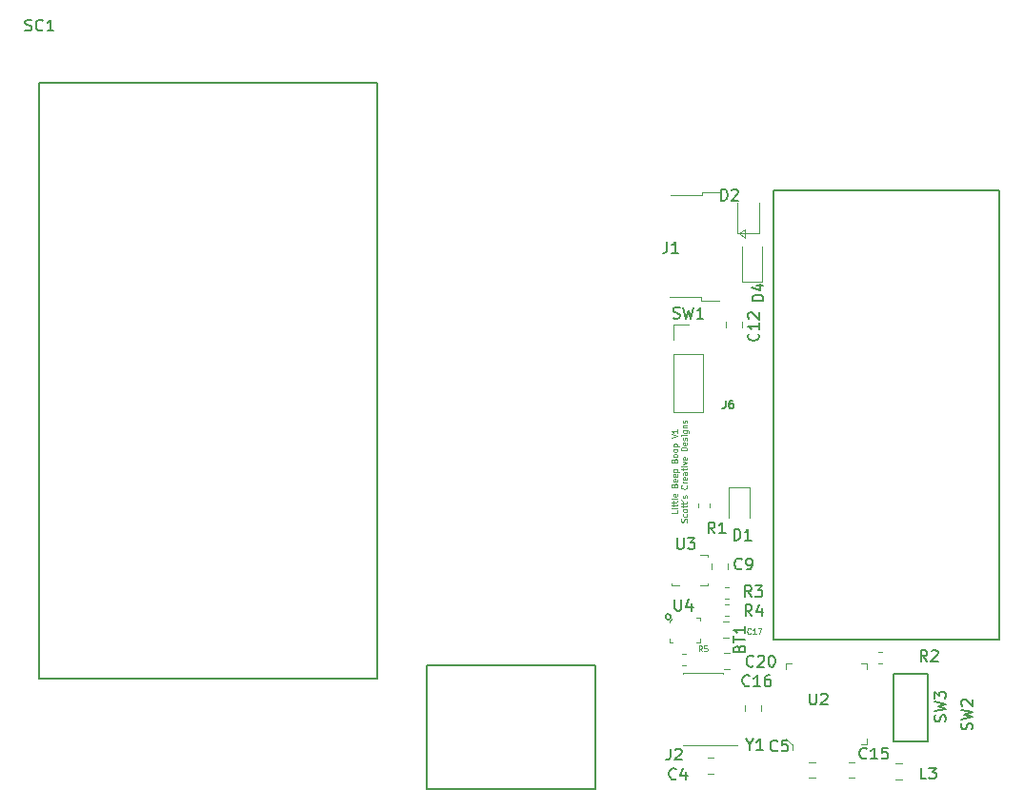
<source format=gbr>
G04 #@! TF.GenerationSoftware,KiCad,Pcbnew,(5.0.1)-rc2*
G04 #@! TF.CreationDate,2019-03-21T01:05:14-07:00*
G04 #@! TF.ProjectId,littlebeepboop,6C6974746C6562656570626F6F702E6B,rev?*
G04 #@! TF.SameCoordinates,Original*
G04 #@! TF.FileFunction,Legend,Top*
G04 #@! TF.FilePolarity,Positive*
%FSLAX46Y46*%
G04 Gerber Fmt 4.6, Leading zero omitted, Abs format (unit mm)*
G04 Created by KiCad (PCBNEW (5.0.1)-rc2) date 3/21/2019 1:05:14 AM*
%MOMM*%
%LPD*%
G01*
G04 APERTURE LIST*
%ADD10C,0.100000*%
%ADD11C,0.200000*%
%ADD12C,0.150000*%
%ADD13C,0.120000*%
%ADD14C,0.152400*%
%ADD15C,0.125000*%
G04 APERTURE END LIST*
D10*
X158297190Y-115720380D02*
X158297190Y-115958476D01*
X157797190Y-115958476D01*
X158297190Y-115553714D02*
X157963857Y-115553714D01*
X157797190Y-115553714D02*
X157821000Y-115577523D01*
X157844809Y-115553714D01*
X157821000Y-115529904D01*
X157797190Y-115553714D01*
X157844809Y-115553714D01*
X157963857Y-115387047D02*
X157963857Y-115196571D01*
X157797190Y-115315619D02*
X158225761Y-115315619D01*
X158273380Y-115291809D01*
X158297190Y-115244190D01*
X158297190Y-115196571D01*
X157963857Y-115101333D02*
X157963857Y-114910857D01*
X157797190Y-115029904D02*
X158225761Y-115029904D01*
X158273380Y-115006095D01*
X158297190Y-114958476D01*
X158297190Y-114910857D01*
X158297190Y-114672761D02*
X158273380Y-114720380D01*
X158225761Y-114744190D01*
X157797190Y-114744190D01*
X158273380Y-114291809D02*
X158297190Y-114339428D01*
X158297190Y-114434666D01*
X158273380Y-114482285D01*
X158225761Y-114506095D01*
X158035285Y-114506095D01*
X157987666Y-114482285D01*
X157963857Y-114434666D01*
X157963857Y-114339428D01*
X157987666Y-114291809D01*
X158035285Y-114268000D01*
X158082904Y-114268000D01*
X158130523Y-114506095D01*
X158035285Y-113506095D02*
X158059095Y-113434666D01*
X158082904Y-113410857D01*
X158130523Y-113387047D01*
X158201952Y-113387047D01*
X158249571Y-113410857D01*
X158273380Y-113434666D01*
X158297190Y-113482285D01*
X158297190Y-113672761D01*
X157797190Y-113672761D01*
X157797190Y-113506095D01*
X157821000Y-113458476D01*
X157844809Y-113434666D01*
X157892428Y-113410857D01*
X157940047Y-113410857D01*
X157987666Y-113434666D01*
X158011476Y-113458476D01*
X158035285Y-113506095D01*
X158035285Y-113672761D01*
X158273380Y-112982285D02*
X158297190Y-113029904D01*
X158297190Y-113125142D01*
X158273380Y-113172761D01*
X158225761Y-113196571D01*
X158035285Y-113196571D01*
X157987666Y-113172761D01*
X157963857Y-113125142D01*
X157963857Y-113029904D01*
X157987666Y-112982285D01*
X158035285Y-112958476D01*
X158082904Y-112958476D01*
X158130523Y-113196571D01*
X158273380Y-112553714D02*
X158297190Y-112601333D01*
X158297190Y-112696571D01*
X158273380Y-112744190D01*
X158225761Y-112768000D01*
X158035285Y-112768000D01*
X157987666Y-112744190D01*
X157963857Y-112696571D01*
X157963857Y-112601333D01*
X157987666Y-112553714D01*
X158035285Y-112529904D01*
X158082904Y-112529904D01*
X158130523Y-112768000D01*
X157963857Y-112315619D02*
X158463857Y-112315619D01*
X157987666Y-112315619D02*
X157963857Y-112268000D01*
X157963857Y-112172761D01*
X157987666Y-112125142D01*
X158011476Y-112101333D01*
X158059095Y-112077523D01*
X158201952Y-112077523D01*
X158249571Y-112101333D01*
X158273380Y-112125142D01*
X158297190Y-112172761D01*
X158297190Y-112268000D01*
X158273380Y-112315619D01*
X158035285Y-111315619D02*
X158059095Y-111244190D01*
X158082904Y-111220380D01*
X158130523Y-111196571D01*
X158201952Y-111196571D01*
X158249571Y-111220380D01*
X158273380Y-111244190D01*
X158297190Y-111291809D01*
X158297190Y-111482285D01*
X157797190Y-111482285D01*
X157797190Y-111315619D01*
X157821000Y-111268000D01*
X157844809Y-111244190D01*
X157892428Y-111220380D01*
X157940047Y-111220380D01*
X157987666Y-111244190D01*
X158011476Y-111268000D01*
X158035285Y-111315619D01*
X158035285Y-111482285D01*
X158297190Y-110910857D02*
X158273380Y-110958476D01*
X158249571Y-110982285D01*
X158201952Y-111006095D01*
X158059095Y-111006095D01*
X158011476Y-110982285D01*
X157987666Y-110958476D01*
X157963857Y-110910857D01*
X157963857Y-110839428D01*
X157987666Y-110791809D01*
X158011476Y-110768000D01*
X158059095Y-110744190D01*
X158201952Y-110744190D01*
X158249571Y-110768000D01*
X158273380Y-110791809D01*
X158297190Y-110839428D01*
X158297190Y-110910857D01*
X158297190Y-110458476D02*
X158273380Y-110506095D01*
X158249571Y-110529904D01*
X158201952Y-110553714D01*
X158059095Y-110553714D01*
X158011476Y-110529904D01*
X157987666Y-110506095D01*
X157963857Y-110458476D01*
X157963857Y-110387047D01*
X157987666Y-110339428D01*
X158011476Y-110315619D01*
X158059095Y-110291809D01*
X158201952Y-110291809D01*
X158249571Y-110315619D01*
X158273380Y-110339428D01*
X158297190Y-110387047D01*
X158297190Y-110458476D01*
X157963857Y-110077523D02*
X158463857Y-110077523D01*
X157987666Y-110077523D02*
X157963857Y-110029904D01*
X157963857Y-109934666D01*
X157987666Y-109887047D01*
X158011476Y-109863238D01*
X158059095Y-109839428D01*
X158201952Y-109839428D01*
X158249571Y-109863238D01*
X158273380Y-109887047D01*
X158297190Y-109934666D01*
X158297190Y-110029904D01*
X158273380Y-110077523D01*
X157797190Y-109315619D02*
X158297190Y-109148952D01*
X157797190Y-108982285D01*
X158297190Y-108553714D02*
X158297190Y-108839428D01*
X158297190Y-108696571D02*
X157797190Y-108696571D01*
X157868619Y-108744190D01*
X157916238Y-108791809D01*
X157940047Y-108839428D01*
X159123380Y-116791809D02*
X159147190Y-116720380D01*
X159147190Y-116601333D01*
X159123380Y-116553714D01*
X159099571Y-116529904D01*
X159051952Y-116506095D01*
X159004333Y-116506095D01*
X158956714Y-116529904D01*
X158932904Y-116553714D01*
X158909095Y-116601333D01*
X158885285Y-116696571D01*
X158861476Y-116744190D01*
X158837666Y-116768000D01*
X158790047Y-116791809D01*
X158742428Y-116791809D01*
X158694809Y-116768000D01*
X158671000Y-116744190D01*
X158647190Y-116696571D01*
X158647190Y-116577523D01*
X158671000Y-116506095D01*
X159123380Y-116077523D02*
X159147190Y-116125142D01*
X159147190Y-116220380D01*
X159123380Y-116268000D01*
X159099571Y-116291809D01*
X159051952Y-116315619D01*
X158909095Y-116315619D01*
X158861476Y-116291809D01*
X158837666Y-116268000D01*
X158813857Y-116220380D01*
X158813857Y-116125142D01*
X158837666Y-116077523D01*
X159147190Y-115791809D02*
X159123380Y-115839428D01*
X159099571Y-115863238D01*
X159051952Y-115887047D01*
X158909095Y-115887047D01*
X158861476Y-115863238D01*
X158837666Y-115839428D01*
X158813857Y-115791809D01*
X158813857Y-115720380D01*
X158837666Y-115672761D01*
X158861476Y-115648952D01*
X158909095Y-115625142D01*
X159051952Y-115625142D01*
X159099571Y-115648952D01*
X159123380Y-115672761D01*
X159147190Y-115720380D01*
X159147190Y-115791809D01*
X158813857Y-115482285D02*
X158813857Y-115291809D01*
X158647190Y-115410857D02*
X159075761Y-115410857D01*
X159123380Y-115387047D01*
X159147190Y-115339428D01*
X159147190Y-115291809D01*
X158813857Y-115196571D02*
X158813857Y-115006095D01*
X158647190Y-115125142D02*
X159075761Y-115125142D01*
X159123380Y-115101333D01*
X159147190Y-115053714D01*
X159147190Y-115006095D01*
X158647190Y-114815619D02*
X158742428Y-114863238D01*
X159123380Y-114625142D02*
X159147190Y-114577523D01*
X159147190Y-114482285D01*
X159123380Y-114434666D01*
X159075761Y-114410857D01*
X159051952Y-114410857D01*
X159004333Y-114434666D01*
X158980523Y-114482285D01*
X158980523Y-114553714D01*
X158956714Y-114601333D01*
X158909095Y-114625142D01*
X158885285Y-114625142D01*
X158837666Y-114601333D01*
X158813857Y-114553714D01*
X158813857Y-114482285D01*
X158837666Y-114434666D01*
X159099571Y-113529904D02*
X159123380Y-113553714D01*
X159147190Y-113625142D01*
X159147190Y-113672761D01*
X159123380Y-113744190D01*
X159075761Y-113791809D01*
X159028142Y-113815619D01*
X158932904Y-113839428D01*
X158861476Y-113839428D01*
X158766238Y-113815619D01*
X158718619Y-113791809D01*
X158671000Y-113744190D01*
X158647190Y-113672761D01*
X158647190Y-113625142D01*
X158671000Y-113553714D01*
X158694809Y-113529904D01*
X159147190Y-113315619D02*
X158813857Y-113315619D01*
X158909095Y-113315619D02*
X158861476Y-113291809D01*
X158837666Y-113268000D01*
X158813857Y-113220380D01*
X158813857Y-113172761D01*
X159123380Y-112815619D02*
X159147190Y-112863238D01*
X159147190Y-112958476D01*
X159123380Y-113006095D01*
X159075761Y-113029904D01*
X158885285Y-113029904D01*
X158837666Y-113006095D01*
X158813857Y-112958476D01*
X158813857Y-112863238D01*
X158837666Y-112815619D01*
X158885285Y-112791809D01*
X158932904Y-112791809D01*
X158980523Y-113029904D01*
X159147190Y-112363238D02*
X158885285Y-112363238D01*
X158837666Y-112387047D01*
X158813857Y-112434666D01*
X158813857Y-112529904D01*
X158837666Y-112577523D01*
X159123380Y-112363238D02*
X159147190Y-112410857D01*
X159147190Y-112529904D01*
X159123380Y-112577523D01*
X159075761Y-112601333D01*
X159028142Y-112601333D01*
X158980523Y-112577523D01*
X158956714Y-112529904D01*
X158956714Y-112410857D01*
X158932904Y-112363238D01*
X158813857Y-112196571D02*
X158813857Y-112006095D01*
X158647190Y-112125142D02*
X159075761Y-112125142D01*
X159123380Y-112101333D01*
X159147190Y-112053714D01*
X159147190Y-112006095D01*
X159147190Y-111839428D02*
X158813857Y-111839428D01*
X158647190Y-111839428D02*
X158671000Y-111863238D01*
X158694809Y-111839428D01*
X158671000Y-111815619D01*
X158647190Y-111839428D01*
X158694809Y-111839428D01*
X158813857Y-111648952D02*
X159147190Y-111529904D01*
X158813857Y-111410857D01*
X159123380Y-111029904D02*
X159147190Y-111077523D01*
X159147190Y-111172761D01*
X159123380Y-111220380D01*
X159075761Y-111244190D01*
X158885285Y-111244190D01*
X158837666Y-111220380D01*
X158813857Y-111172761D01*
X158813857Y-111077523D01*
X158837666Y-111029904D01*
X158885285Y-111006095D01*
X158932904Y-111006095D01*
X158980523Y-111244190D01*
X159147190Y-110410857D02*
X158647190Y-110410857D01*
X158647190Y-110291809D01*
X158671000Y-110220380D01*
X158718619Y-110172761D01*
X158766238Y-110148952D01*
X158861476Y-110125142D01*
X158932904Y-110125142D01*
X159028142Y-110148952D01*
X159075761Y-110172761D01*
X159123380Y-110220380D01*
X159147190Y-110291809D01*
X159147190Y-110410857D01*
X159123380Y-109720380D02*
X159147190Y-109768000D01*
X159147190Y-109863238D01*
X159123380Y-109910857D01*
X159075761Y-109934666D01*
X158885285Y-109934666D01*
X158837666Y-109910857D01*
X158813857Y-109863238D01*
X158813857Y-109768000D01*
X158837666Y-109720380D01*
X158885285Y-109696571D01*
X158932904Y-109696571D01*
X158980523Y-109934666D01*
X159123380Y-109506095D02*
X159147190Y-109458476D01*
X159147190Y-109363238D01*
X159123380Y-109315619D01*
X159075761Y-109291809D01*
X159051952Y-109291809D01*
X159004333Y-109315619D01*
X158980523Y-109363238D01*
X158980523Y-109434666D01*
X158956714Y-109482285D01*
X158909095Y-109506095D01*
X158885285Y-109506095D01*
X158837666Y-109482285D01*
X158813857Y-109434666D01*
X158813857Y-109363238D01*
X158837666Y-109315619D01*
X159147190Y-109077523D02*
X158813857Y-109077523D01*
X158647190Y-109077523D02*
X158671000Y-109101333D01*
X158694809Y-109077523D01*
X158671000Y-109053714D01*
X158647190Y-109077523D01*
X158694809Y-109077523D01*
X158813857Y-108625142D02*
X159218619Y-108625142D01*
X159266238Y-108648952D01*
X159290047Y-108672761D01*
X159313857Y-108720380D01*
X159313857Y-108791809D01*
X159290047Y-108839428D01*
X159123380Y-108625142D02*
X159147190Y-108672761D01*
X159147190Y-108768000D01*
X159123380Y-108815619D01*
X159099571Y-108839428D01*
X159051952Y-108863238D01*
X158909095Y-108863238D01*
X158861476Y-108839428D01*
X158837666Y-108815619D01*
X158813857Y-108768000D01*
X158813857Y-108672761D01*
X158837666Y-108625142D01*
X158813857Y-108387047D02*
X159147190Y-108387047D01*
X158861476Y-108387047D02*
X158837666Y-108363238D01*
X158813857Y-108315619D01*
X158813857Y-108244190D01*
X158837666Y-108196571D01*
X158885285Y-108172761D01*
X159147190Y-108172761D01*
X159123380Y-107958476D02*
X159147190Y-107910857D01*
X159147190Y-107815619D01*
X159123380Y-107768000D01*
X159075761Y-107744190D01*
X159051952Y-107744190D01*
X159004333Y-107768000D01*
X158980523Y-107815619D01*
X158980523Y-107887047D01*
X158956714Y-107934666D01*
X158909095Y-107958476D01*
X158885285Y-107958476D01*
X158837666Y-107934666D01*
X158813857Y-107887047D01*
X158813857Y-107815619D01*
X158837666Y-107768000D01*
D11*
X157734000Y-125222000D02*
G75*
G03X157734000Y-125222000I-254000J0D01*
G01*
D12*
X150984000Y-140524000D02*
X150984000Y-129524000D01*
X135984000Y-140524000D02*
X150984000Y-140524000D01*
X135984000Y-129524000D02*
X135984000Y-140524000D01*
X150984000Y-129524000D02*
X135984000Y-129524000D01*
D13*
G04 #@! TO.C,C20*
X162461422Y-128440000D02*
X162978578Y-128440000D01*
X162461422Y-129860000D02*
X162978578Y-129860000D01*
G04 #@! TO.C,SW1*
X157940000Y-106970000D02*
X160600000Y-106970000D01*
X157940000Y-101830000D02*
X157940000Y-106970000D01*
X160600000Y-101830000D02*
X160600000Y-106970000D01*
X157940000Y-101830000D02*
X160600000Y-101830000D01*
X157940000Y-100560000D02*
X157940000Y-99230000D01*
X157940000Y-99230000D02*
X159270000Y-99230000D01*
G04 #@! TO.C,C5*
X170531078Y-139560000D02*
X170013922Y-139560000D01*
X170531078Y-138140000D02*
X170013922Y-138140000D01*
G04 #@! TO.C,C4*
X161018922Y-139190000D02*
X161536078Y-139190000D01*
X161018922Y-137770000D02*
X161536078Y-137770000D01*
G04 #@! TO.C,C12*
X162612000Y-99494078D02*
X162612000Y-98976922D01*
X164032000Y-99494078D02*
X164032000Y-98976922D01*
G04 #@! TO.C,C15*
X173551422Y-139560000D02*
X174068578Y-139560000D01*
X173551422Y-138140000D02*
X174068578Y-138140000D01*
G04 #@! TO.C,C16*
X164300000Y-133631078D02*
X164300000Y-133113922D01*
X165720000Y-133631078D02*
X165720000Y-133113922D01*
G04 #@! TO.C,D1*
X162830000Y-113737500D02*
X162830000Y-116422500D01*
X164750000Y-113737500D02*
X162830000Y-113737500D01*
X164750000Y-116422500D02*
X164750000Y-113737500D01*
G04 #@! TO.C,D2*
X163620000Y-88382500D02*
X163620000Y-91067500D01*
X163620000Y-91067500D02*
X165540000Y-91067500D01*
X165540000Y-91067500D02*
X165540000Y-88382500D01*
G04 #@! TO.C,J1*
X163815000Y-91125000D02*
X164265000Y-90725000D01*
X164265000Y-90725000D02*
X164265000Y-91525000D01*
X164265000Y-91525000D02*
X163815000Y-91125000D01*
X157600000Y-96800000D02*
X160400000Y-96800000D01*
X160400000Y-96800000D02*
X160400000Y-97100000D01*
X160465000Y-97100000D02*
X162015000Y-97100000D01*
X157665000Y-87725000D02*
X160465000Y-87725000D01*
X160465000Y-87425000D02*
X160465000Y-87725000D01*
X160465000Y-87425000D02*
X162015000Y-87425000D01*
G04 #@! TO.C,R1*
X161160000Y-115129721D02*
X161160000Y-115455279D01*
X160140000Y-115129721D02*
X160140000Y-115455279D01*
G04 #@! TO.C,R2*
X176134721Y-129330000D02*
X176460279Y-129330000D01*
X176134721Y-128310000D02*
X176460279Y-128310000D01*
G04 #@! TO.C,R3*
X162825279Y-123630000D02*
X162499721Y-123630000D01*
X162825279Y-122610000D02*
X162499721Y-122610000D01*
G04 #@! TO.C,R4*
X162835279Y-124100000D02*
X162509721Y-124100000D01*
X162835279Y-125120000D02*
X162509721Y-125120000D01*
D12*
G04 #@! TO.C,BT1*
X166878000Y-127254000D02*
X186878000Y-127254000D01*
X186878000Y-127254000D02*
X186878000Y-87254000D01*
X186878000Y-87254000D02*
X166878000Y-87254000D01*
X166878000Y-87254000D02*
X166878000Y-127254000D01*
D13*
G04 #@! TO.C,C9*
X161370000Y-120961078D02*
X161370000Y-120443922D01*
X162790000Y-120961078D02*
X162790000Y-120443922D01*
G04 #@! TO.C,U3*
X160350000Y-119690000D02*
X161000000Y-119690000D01*
X161000000Y-119690000D02*
X161000000Y-119840000D01*
X158430000Y-122410000D02*
X157780000Y-122410000D01*
X157780000Y-122410000D02*
X157780000Y-122260000D01*
X160350000Y-122410000D02*
X161000000Y-122410000D01*
X161000000Y-122410000D02*
X161000000Y-122260000D01*
G04 #@! TO.C,C17*
X162333922Y-127070000D02*
X162851078Y-127070000D01*
X162333922Y-125650000D02*
X162851078Y-125650000D01*
D10*
G04 #@! TO.C,U4*
X157600000Y-125740000D02*
X157600000Y-125590000D01*
X157600000Y-125590000D02*
X157750000Y-125440000D01*
X157750000Y-125440000D02*
X157750000Y-125340000D01*
X160300000Y-127490000D02*
X160300000Y-127140000D01*
X160300000Y-127490000D02*
X160000000Y-127490000D01*
X160300000Y-125290000D02*
X160000000Y-125290000D01*
X160300000Y-125290000D02*
X160300000Y-125590000D01*
X157600000Y-127490000D02*
X157900000Y-127490000D01*
X157600000Y-127490000D02*
X157600000Y-127190000D01*
D13*
G04 #@! TO.C,D4*
X164090000Y-95392000D02*
X165790000Y-95392000D01*
X165790000Y-95392000D02*
X165790000Y-92242000D01*
X164090000Y-95392000D02*
X164090000Y-92242000D01*
G04 #@! TO.C,J2*
X162315000Y-136665000D02*
X158785000Y-136665000D01*
X162315000Y-130195000D02*
X158785000Y-130195000D01*
X163640000Y-136600000D02*
X162315000Y-136600000D01*
X162315000Y-136665000D02*
X162315000Y-136600000D01*
X158785000Y-136665000D02*
X158785000Y-136600000D01*
X162315000Y-130260000D02*
X162315000Y-130195000D01*
X158785000Y-130260000D02*
X158785000Y-130195000D01*
G04 #@! TO.C,R5*
X158749721Y-128510000D02*
X159075279Y-128510000D01*
X158749721Y-129530000D02*
X159075279Y-129530000D01*
D10*
G04 #@! TO.C,U2*
X174640000Y-136580000D02*
X175140000Y-136580000D01*
X175140000Y-136580000D02*
X175140000Y-136080000D01*
X174640000Y-129380000D02*
X175140000Y-129380000D01*
X175140000Y-129380000D02*
X175140000Y-129880000D01*
X167940000Y-129880000D02*
X167940000Y-129380000D01*
X167940000Y-129380000D02*
X168440000Y-129380000D01*
X167940000Y-136080000D02*
X168440000Y-136580000D01*
X168440000Y-136580000D02*
X168540000Y-136580000D01*
X168540000Y-136580000D02*
X168540000Y-137080000D01*
D12*
G04 #@! TO.C,SC1*
X101600000Y-77724000D02*
X101600000Y-130724000D01*
X101600000Y-130724000D02*
X131600000Y-130724000D01*
X131600000Y-130724000D02*
X131600000Y-77724000D01*
X131600000Y-77724000D02*
X101600000Y-77724000D01*
G04 #@! TO.C,SW3*
X177546000Y-130302000D02*
X177546000Y-136302000D01*
X177546000Y-136302000D02*
X180546000Y-136302000D01*
X180546000Y-136302000D02*
X180546000Y-130302000D01*
X180546000Y-130302000D02*
X177546000Y-130302000D01*
D13*
G04 #@! TO.C,L3*
X178234078Y-139648000D02*
X177716922Y-139648000D01*
X178234078Y-138228000D02*
X177716922Y-138228000D01*
G04 #@! TO.C,C20*
D12*
X165067142Y-129567142D02*
X165019523Y-129614761D01*
X164876666Y-129662380D01*
X164781428Y-129662380D01*
X164638571Y-129614761D01*
X164543333Y-129519523D01*
X164495714Y-129424285D01*
X164448095Y-129233809D01*
X164448095Y-129090952D01*
X164495714Y-128900476D01*
X164543333Y-128805238D01*
X164638571Y-128710000D01*
X164781428Y-128662380D01*
X164876666Y-128662380D01*
X165019523Y-128710000D01*
X165067142Y-128757619D01*
X165448095Y-128757619D02*
X165495714Y-128710000D01*
X165590952Y-128662380D01*
X165829047Y-128662380D01*
X165924285Y-128710000D01*
X165971904Y-128757619D01*
X166019523Y-128852857D01*
X166019523Y-128948095D01*
X165971904Y-129090952D01*
X165400476Y-129662380D01*
X166019523Y-129662380D01*
X166638571Y-128662380D02*
X166733809Y-128662380D01*
X166829047Y-128710000D01*
X166876666Y-128757619D01*
X166924285Y-128852857D01*
X166971904Y-129043333D01*
X166971904Y-129281428D01*
X166924285Y-129471904D01*
X166876666Y-129567142D01*
X166829047Y-129614761D01*
X166733809Y-129662380D01*
X166638571Y-129662380D01*
X166543333Y-129614761D01*
X166495714Y-129567142D01*
X166448095Y-129471904D01*
X166400476Y-129281428D01*
X166400476Y-129043333D01*
X166448095Y-128852857D01*
X166495714Y-128757619D01*
X166543333Y-128710000D01*
X166638571Y-128662380D01*
G04 #@! TO.C,SW1*
X157936666Y-98634761D02*
X158079523Y-98682380D01*
X158317619Y-98682380D01*
X158412857Y-98634761D01*
X158460476Y-98587142D01*
X158508095Y-98491904D01*
X158508095Y-98396666D01*
X158460476Y-98301428D01*
X158412857Y-98253809D01*
X158317619Y-98206190D01*
X158127142Y-98158571D01*
X158031904Y-98110952D01*
X157984285Y-98063333D01*
X157936666Y-97968095D01*
X157936666Y-97872857D01*
X157984285Y-97777619D01*
X158031904Y-97730000D01*
X158127142Y-97682380D01*
X158365238Y-97682380D01*
X158508095Y-97730000D01*
X158841428Y-97682380D02*
X159079523Y-98682380D01*
X159270000Y-97968095D01*
X159460476Y-98682380D01*
X159698571Y-97682380D01*
X160603333Y-98682380D02*
X160031904Y-98682380D01*
X160317619Y-98682380D02*
X160317619Y-97682380D01*
X160222380Y-97825238D01*
X160127142Y-97920476D01*
X160031904Y-97968095D01*
G04 #@! TO.C,C5*
X167193333Y-137087142D02*
X167145714Y-137134761D01*
X167002857Y-137182380D01*
X166907619Y-137182380D01*
X166764761Y-137134761D01*
X166669523Y-137039523D01*
X166621904Y-136944285D01*
X166574285Y-136753809D01*
X166574285Y-136610952D01*
X166621904Y-136420476D01*
X166669523Y-136325238D01*
X166764761Y-136230000D01*
X166907619Y-136182380D01*
X167002857Y-136182380D01*
X167145714Y-136230000D01*
X167193333Y-136277619D01*
X168098095Y-136182380D02*
X167621904Y-136182380D01*
X167574285Y-136658571D01*
X167621904Y-136610952D01*
X167717142Y-136563333D01*
X167955238Y-136563333D01*
X168050476Y-136610952D01*
X168098095Y-136658571D01*
X168145714Y-136753809D01*
X168145714Y-136991904D01*
X168098095Y-137087142D01*
X168050476Y-137134761D01*
X167955238Y-137182380D01*
X167717142Y-137182380D01*
X167621904Y-137134761D01*
X167574285Y-137087142D01*
G04 #@! TO.C,C4*
X158183333Y-139607142D02*
X158135714Y-139654761D01*
X157992857Y-139702380D01*
X157897619Y-139702380D01*
X157754761Y-139654761D01*
X157659523Y-139559523D01*
X157611904Y-139464285D01*
X157564285Y-139273809D01*
X157564285Y-139130952D01*
X157611904Y-138940476D01*
X157659523Y-138845238D01*
X157754761Y-138750000D01*
X157897619Y-138702380D01*
X157992857Y-138702380D01*
X158135714Y-138750000D01*
X158183333Y-138797619D01*
X159040476Y-139035714D02*
X159040476Y-139702380D01*
X158802380Y-138654761D02*
X158564285Y-139369047D01*
X159183333Y-139369047D01*
G04 #@! TO.C,C12*
X165482142Y-100042857D02*
X165529761Y-100090476D01*
X165577380Y-100233333D01*
X165577380Y-100328571D01*
X165529761Y-100471428D01*
X165434523Y-100566666D01*
X165339285Y-100614285D01*
X165148809Y-100661904D01*
X165005952Y-100661904D01*
X164815476Y-100614285D01*
X164720238Y-100566666D01*
X164625000Y-100471428D01*
X164577380Y-100328571D01*
X164577380Y-100233333D01*
X164625000Y-100090476D01*
X164672619Y-100042857D01*
X165577380Y-99090476D02*
X165577380Y-99661904D01*
X165577380Y-99376190D02*
X164577380Y-99376190D01*
X164720238Y-99471428D01*
X164815476Y-99566666D01*
X164863095Y-99661904D01*
X164672619Y-98709523D02*
X164625000Y-98661904D01*
X164577380Y-98566666D01*
X164577380Y-98328571D01*
X164625000Y-98233333D01*
X164672619Y-98185714D01*
X164767857Y-98138095D01*
X164863095Y-98138095D01*
X165005952Y-98185714D01*
X165577380Y-98757142D01*
X165577380Y-98138095D01*
G04 #@! TO.C,C15*
X175125142Y-137771142D02*
X175077523Y-137818761D01*
X174934666Y-137866380D01*
X174839428Y-137866380D01*
X174696571Y-137818761D01*
X174601333Y-137723523D01*
X174553714Y-137628285D01*
X174506095Y-137437809D01*
X174506095Y-137294952D01*
X174553714Y-137104476D01*
X174601333Y-137009238D01*
X174696571Y-136914000D01*
X174839428Y-136866380D01*
X174934666Y-136866380D01*
X175077523Y-136914000D01*
X175125142Y-136961619D01*
X176077523Y-137866380D02*
X175506095Y-137866380D01*
X175791809Y-137866380D02*
X175791809Y-136866380D01*
X175696571Y-137009238D01*
X175601333Y-137104476D01*
X175506095Y-137152095D01*
X176982285Y-136866380D02*
X176506095Y-136866380D01*
X176458476Y-137342571D01*
X176506095Y-137294952D01*
X176601333Y-137247333D01*
X176839428Y-137247333D01*
X176934666Y-137294952D01*
X176982285Y-137342571D01*
X177029904Y-137437809D01*
X177029904Y-137675904D01*
X176982285Y-137771142D01*
X176934666Y-137818761D01*
X176839428Y-137866380D01*
X176601333Y-137866380D01*
X176506095Y-137818761D01*
X176458476Y-137771142D01*
G04 #@! TO.C,C16*
X164707142Y-131307142D02*
X164659523Y-131354761D01*
X164516666Y-131402380D01*
X164421428Y-131402380D01*
X164278571Y-131354761D01*
X164183333Y-131259523D01*
X164135714Y-131164285D01*
X164088095Y-130973809D01*
X164088095Y-130830952D01*
X164135714Y-130640476D01*
X164183333Y-130545238D01*
X164278571Y-130450000D01*
X164421428Y-130402380D01*
X164516666Y-130402380D01*
X164659523Y-130450000D01*
X164707142Y-130497619D01*
X165659523Y-131402380D02*
X165088095Y-131402380D01*
X165373809Y-131402380D02*
X165373809Y-130402380D01*
X165278571Y-130545238D01*
X165183333Y-130640476D01*
X165088095Y-130688095D01*
X166516666Y-130402380D02*
X166326190Y-130402380D01*
X166230952Y-130450000D01*
X166183333Y-130497619D01*
X166088095Y-130640476D01*
X166040476Y-130830952D01*
X166040476Y-131211904D01*
X166088095Y-131307142D01*
X166135714Y-131354761D01*
X166230952Y-131402380D01*
X166421428Y-131402380D01*
X166516666Y-131354761D01*
X166564285Y-131307142D01*
X166611904Y-131211904D01*
X166611904Y-130973809D01*
X166564285Y-130878571D01*
X166516666Y-130830952D01*
X166421428Y-130783333D01*
X166230952Y-130783333D01*
X166135714Y-130830952D01*
X166088095Y-130878571D01*
X166040476Y-130973809D01*
G04 #@! TO.C,D1*
X163336904Y-118402380D02*
X163336904Y-117402380D01*
X163575000Y-117402380D01*
X163717857Y-117450000D01*
X163813095Y-117545238D01*
X163860714Y-117640476D01*
X163908333Y-117830952D01*
X163908333Y-117973809D01*
X163860714Y-118164285D01*
X163813095Y-118259523D01*
X163717857Y-118354761D01*
X163575000Y-118402380D01*
X163336904Y-118402380D01*
X164860714Y-118402380D02*
X164289285Y-118402380D01*
X164575000Y-118402380D02*
X164575000Y-117402380D01*
X164479761Y-117545238D01*
X164384523Y-117640476D01*
X164289285Y-117688095D01*
G04 #@! TO.C,D2*
X162186904Y-88177380D02*
X162186904Y-87177380D01*
X162425000Y-87177380D01*
X162567857Y-87225000D01*
X162663095Y-87320238D01*
X162710714Y-87415476D01*
X162758333Y-87605952D01*
X162758333Y-87748809D01*
X162710714Y-87939285D01*
X162663095Y-88034523D01*
X162567857Y-88129761D01*
X162425000Y-88177380D01*
X162186904Y-88177380D01*
X163139285Y-87272619D02*
X163186904Y-87225000D01*
X163282142Y-87177380D01*
X163520238Y-87177380D01*
X163615476Y-87225000D01*
X163663095Y-87272619D01*
X163710714Y-87367857D01*
X163710714Y-87463095D01*
X163663095Y-87605952D01*
X163091666Y-88177380D01*
X163710714Y-88177380D01*
G04 #@! TO.C,J1*
X157391666Y-91827380D02*
X157391666Y-92541666D01*
X157344047Y-92684523D01*
X157248809Y-92779761D01*
X157105952Y-92827380D01*
X157010714Y-92827380D01*
X158391666Y-92827380D02*
X157820238Y-92827380D01*
X158105952Y-92827380D02*
X158105952Y-91827380D01*
X158010714Y-91970238D01*
X157915476Y-92065476D01*
X157820238Y-92113095D01*
G04 #@! TO.C,R1*
X161631333Y-117800380D02*
X161298000Y-117324190D01*
X161059904Y-117800380D02*
X161059904Y-116800380D01*
X161440857Y-116800380D01*
X161536095Y-116848000D01*
X161583714Y-116895619D01*
X161631333Y-116990857D01*
X161631333Y-117133714D01*
X161583714Y-117228952D01*
X161536095Y-117276571D01*
X161440857Y-117324190D01*
X161059904Y-117324190D01*
X162583714Y-117800380D02*
X162012285Y-117800380D01*
X162298000Y-117800380D02*
X162298000Y-116800380D01*
X162202761Y-116943238D01*
X162107523Y-117038476D01*
X162012285Y-117086095D01*
G04 #@! TO.C,R2*
X180503333Y-129182380D02*
X180170000Y-128706190D01*
X179931904Y-129182380D02*
X179931904Y-128182380D01*
X180312857Y-128182380D01*
X180408095Y-128230000D01*
X180455714Y-128277619D01*
X180503333Y-128372857D01*
X180503333Y-128515714D01*
X180455714Y-128610952D01*
X180408095Y-128658571D01*
X180312857Y-128706190D01*
X179931904Y-128706190D01*
X180884285Y-128277619D02*
X180931904Y-128230000D01*
X181027142Y-128182380D01*
X181265238Y-128182380D01*
X181360476Y-128230000D01*
X181408095Y-128277619D01*
X181455714Y-128372857D01*
X181455714Y-128468095D01*
X181408095Y-128610952D01*
X180836666Y-129182380D01*
X181455714Y-129182380D01*
G04 #@! TO.C,R3*
X164893333Y-123442380D02*
X164560000Y-122966190D01*
X164321904Y-123442380D02*
X164321904Y-122442380D01*
X164702857Y-122442380D01*
X164798095Y-122490000D01*
X164845714Y-122537619D01*
X164893333Y-122632857D01*
X164893333Y-122775714D01*
X164845714Y-122870952D01*
X164798095Y-122918571D01*
X164702857Y-122966190D01*
X164321904Y-122966190D01*
X165226666Y-122442380D02*
X165845714Y-122442380D01*
X165512380Y-122823333D01*
X165655238Y-122823333D01*
X165750476Y-122870952D01*
X165798095Y-122918571D01*
X165845714Y-123013809D01*
X165845714Y-123251904D01*
X165798095Y-123347142D01*
X165750476Y-123394761D01*
X165655238Y-123442380D01*
X165369523Y-123442380D01*
X165274285Y-123394761D01*
X165226666Y-123347142D01*
G04 #@! TO.C,R4*
X164933333Y-125142380D02*
X164600000Y-124666190D01*
X164361904Y-125142380D02*
X164361904Y-124142380D01*
X164742857Y-124142380D01*
X164838095Y-124190000D01*
X164885714Y-124237619D01*
X164933333Y-124332857D01*
X164933333Y-124475714D01*
X164885714Y-124570952D01*
X164838095Y-124618571D01*
X164742857Y-124666190D01*
X164361904Y-124666190D01*
X165790476Y-124475714D02*
X165790476Y-125142380D01*
X165552380Y-124094761D02*
X165314285Y-124809047D01*
X165933333Y-124809047D01*
G04 #@! TO.C,BT1*
X163806571Y-128039714D02*
X163854190Y-127896857D01*
X163901809Y-127849238D01*
X163997047Y-127801619D01*
X164139904Y-127801619D01*
X164235142Y-127849238D01*
X164282761Y-127896857D01*
X164330380Y-127992095D01*
X164330380Y-128373047D01*
X163330380Y-128373047D01*
X163330380Y-128039714D01*
X163378000Y-127944476D01*
X163425619Y-127896857D01*
X163520857Y-127849238D01*
X163616095Y-127849238D01*
X163711333Y-127896857D01*
X163758952Y-127944476D01*
X163806571Y-128039714D01*
X163806571Y-128373047D01*
X163330380Y-127515904D02*
X163330380Y-126944476D01*
X164330380Y-127230190D02*
X163330380Y-127230190D01*
X164330380Y-126087333D02*
X164330380Y-126658761D01*
X164330380Y-126373047D02*
X163330380Y-126373047D01*
X163473238Y-126468285D01*
X163568476Y-126563523D01*
X163616095Y-126658761D01*
G04 #@! TO.C,J6*
D14*
X162580666Y-105960666D02*
X162580666Y-106460666D01*
X162547333Y-106560666D01*
X162480666Y-106627333D01*
X162380666Y-106660666D01*
X162314000Y-106660666D01*
X163214000Y-105960666D02*
X163080666Y-105960666D01*
X163014000Y-105994000D01*
X162980666Y-106027333D01*
X162914000Y-106127333D01*
X162880666Y-106260666D01*
X162880666Y-106527333D01*
X162914000Y-106594000D01*
X162947333Y-106627333D01*
X163014000Y-106660666D01*
X163147333Y-106660666D01*
X163214000Y-106627333D01*
X163247333Y-106594000D01*
X163280666Y-106527333D01*
X163280666Y-106360666D01*
X163247333Y-106294000D01*
X163214000Y-106260666D01*
X163147333Y-106227333D01*
X163014000Y-106227333D01*
X162947333Y-106260666D01*
X162914000Y-106294000D01*
X162880666Y-106360666D01*
G04 #@! TO.C,C9*
D12*
X164023333Y-120917142D02*
X163975714Y-120964761D01*
X163832857Y-121012380D01*
X163737619Y-121012380D01*
X163594761Y-120964761D01*
X163499523Y-120869523D01*
X163451904Y-120774285D01*
X163404285Y-120583809D01*
X163404285Y-120440952D01*
X163451904Y-120250476D01*
X163499523Y-120155238D01*
X163594761Y-120060000D01*
X163737619Y-120012380D01*
X163832857Y-120012380D01*
X163975714Y-120060000D01*
X164023333Y-120107619D01*
X164499523Y-121012380D02*
X164690000Y-121012380D01*
X164785238Y-120964761D01*
X164832857Y-120917142D01*
X164928095Y-120774285D01*
X164975714Y-120583809D01*
X164975714Y-120202857D01*
X164928095Y-120107619D01*
X164880476Y-120060000D01*
X164785238Y-120012380D01*
X164594761Y-120012380D01*
X164499523Y-120060000D01*
X164451904Y-120107619D01*
X164404285Y-120202857D01*
X164404285Y-120440952D01*
X164451904Y-120536190D01*
X164499523Y-120583809D01*
X164594761Y-120631428D01*
X164785238Y-120631428D01*
X164880476Y-120583809D01*
X164928095Y-120536190D01*
X164975714Y-120440952D01*
G04 #@! TO.C,U3*
X158278095Y-118202380D02*
X158278095Y-119011904D01*
X158325714Y-119107142D01*
X158373333Y-119154761D01*
X158468571Y-119202380D01*
X158659047Y-119202380D01*
X158754285Y-119154761D01*
X158801904Y-119107142D01*
X158849523Y-119011904D01*
X158849523Y-118202380D01*
X159230476Y-118202380D02*
X159849523Y-118202380D01*
X159516190Y-118583333D01*
X159659047Y-118583333D01*
X159754285Y-118630952D01*
X159801904Y-118678571D01*
X159849523Y-118773809D01*
X159849523Y-119011904D01*
X159801904Y-119107142D01*
X159754285Y-119154761D01*
X159659047Y-119202380D01*
X159373333Y-119202380D01*
X159278095Y-119154761D01*
X159230476Y-119107142D01*
G04 #@! TO.C,C17*
D15*
X164808571Y-126688571D02*
X164784761Y-126712380D01*
X164713333Y-126736190D01*
X164665714Y-126736190D01*
X164594285Y-126712380D01*
X164546666Y-126664761D01*
X164522857Y-126617142D01*
X164499047Y-126521904D01*
X164499047Y-126450476D01*
X164522857Y-126355238D01*
X164546666Y-126307619D01*
X164594285Y-126260000D01*
X164665714Y-126236190D01*
X164713333Y-126236190D01*
X164784761Y-126260000D01*
X164808571Y-126283809D01*
X165284761Y-126736190D02*
X164999047Y-126736190D01*
X165141904Y-126736190D02*
X165141904Y-126236190D01*
X165094285Y-126307619D01*
X165046666Y-126355238D01*
X164999047Y-126379047D01*
X165451428Y-126236190D02*
X165784761Y-126236190D01*
X165570476Y-126736190D01*
G04 #@! TO.C,U4*
D12*
X158078095Y-123662380D02*
X158078095Y-124471904D01*
X158125714Y-124567142D01*
X158173333Y-124614761D01*
X158268571Y-124662380D01*
X158459047Y-124662380D01*
X158554285Y-124614761D01*
X158601904Y-124567142D01*
X158649523Y-124471904D01*
X158649523Y-123662380D01*
X159554285Y-123995714D02*
X159554285Y-124662380D01*
X159316190Y-123614761D02*
X159078095Y-124329047D01*
X159697142Y-124329047D01*
G04 #@! TO.C,D4*
X165952380Y-97138095D02*
X164952380Y-97138095D01*
X164952380Y-96900000D01*
X165000000Y-96757142D01*
X165095238Y-96661904D01*
X165190476Y-96614285D01*
X165380952Y-96566666D01*
X165523809Y-96566666D01*
X165714285Y-96614285D01*
X165809523Y-96661904D01*
X165904761Y-96757142D01*
X165952380Y-96900000D01*
X165952380Y-97138095D01*
X165285714Y-95709523D02*
X165952380Y-95709523D01*
X164904761Y-95947619D02*
X165619047Y-96185714D01*
X165619047Y-95566666D01*
G04 #@! TO.C,J2*
X157686666Y-136942380D02*
X157686666Y-137656666D01*
X157639047Y-137799523D01*
X157543809Y-137894761D01*
X157400952Y-137942380D01*
X157305714Y-137942380D01*
X158115238Y-137037619D02*
X158162857Y-136990000D01*
X158258095Y-136942380D01*
X158496190Y-136942380D01*
X158591428Y-136990000D01*
X158639047Y-137037619D01*
X158686666Y-137132857D01*
X158686666Y-137228095D01*
X158639047Y-137370952D01*
X158067619Y-137942380D01*
X158686666Y-137942380D01*
G04 #@! TO.C,R5*
D15*
X160486666Y-128286190D02*
X160320000Y-128048095D01*
X160200952Y-128286190D02*
X160200952Y-127786190D01*
X160391428Y-127786190D01*
X160439047Y-127810000D01*
X160462857Y-127833809D01*
X160486666Y-127881428D01*
X160486666Y-127952857D01*
X160462857Y-128000476D01*
X160439047Y-128024285D01*
X160391428Y-128048095D01*
X160200952Y-128048095D01*
X160939047Y-127786190D02*
X160700952Y-127786190D01*
X160677142Y-128024285D01*
X160700952Y-128000476D01*
X160748571Y-127976666D01*
X160867619Y-127976666D01*
X160915238Y-128000476D01*
X160939047Y-128024285D01*
X160962857Y-128071904D01*
X160962857Y-128190952D01*
X160939047Y-128238571D01*
X160915238Y-128262380D01*
X160867619Y-128286190D01*
X160748571Y-128286190D01*
X160700952Y-128262380D01*
X160677142Y-128238571D01*
G04 #@! TO.C,U2*
D12*
X170058095Y-132032380D02*
X170058095Y-132841904D01*
X170105714Y-132937142D01*
X170153333Y-132984761D01*
X170248571Y-133032380D01*
X170439047Y-133032380D01*
X170534285Y-132984761D01*
X170581904Y-132937142D01*
X170629523Y-132841904D01*
X170629523Y-132032380D01*
X171058095Y-132127619D02*
X171105714Y-132080000D01*
X171200952Y-132032380D01*
X171439047Y-132032380D01*
X171534285Y-132080000D01*
X171581904Y-132127619D01*
X171629523Y-132222857D01*
X171629523Y-132318095D01*
X171581904Y-132460952D01*
X171010476Y-133032380D01*
X171629523Y-133032380D01*
G04 #@! TO.C,SC1*
X100338095Y-73048761D02*
X100480952Y-73096380D01*
X100719047Y-73096380D01*
X100814285Y-73048761D01*
X100861904Y-73001142D01*
X100909523Y-72905904D01*
X100909523Y-72810666D01*
X100861904Y-72715428D01*
X100814285Y-72667809D01*
X100719047Y-72620190D01*
X100528571Y-72572571D01*
X100433333Y-72524952D01*
X100385714Y-72477333D01*
X100338095Y-72382095D01*
X100338095Y-72286857D01*
X100385714Y-72191619D01*
X100433333Y-72144000D01*
X100528571Y-72096380D01*
X100766666Y-72096380D01*
X100909523Y-72144000D01*
X101909523Y-73001142D02*
X101861904Y-73048761D01*
X101719047Y-73096380D01*
X101623809Y-73096380D01*
X101480952Y-73048761D01*
X101385714Y-72953523D01*
X101338095Y-72858285D01*
X101290476Y-72667809D01*
X101290476Y-72524952D01*
X101338095Y-72334476D01*
X101385714Y-72239238D01*
X101480952Y-72144000D01*
X101623809Y-72096380D01*
X101719047Y-72096380D01*
X101861904Y-72144000D01*
X101909523Y-72191619D01*
X102861904Y-73096380D02*
X102290476Y-73096380D01*
X102576190Y-73096380D02*
X102576190Y-72096380D01*
X102480952Y-72239238D01*
X102385714Y-72334476D01*
X102290476Y-72382095D01*
G04 #@! TO.C,SW3*
X182120761Y-134535333D02*
X182168380Y-134392476D01*
X182168380Y-134154380D01*
X182120761Y-134059142D01*
X182073142Y-134011523D01*
X181977904Y-133963904D01*
X181882666Y-133963904D01*
X181787428Y-134011523D01*
X181739809Y-134059142D01*
X181692190Y-134154380D01*
X181644571Y-134344857D01*
X181596952Y-134440095D01*
X181549333Y-134487714D01*
X181454095Y-134535333D01*
X181358857Y-134535333D01*
X181263619Y-134487714D01*
X181216000Y-134440095D01*
X181168380Y-134344857D01*
X181168380Y-134106761D01*
X181216000Y-133963904D01*
X181168380Y-133630571D02*
X182168380Y-133392476D01*
X181454095Y-133202000D01*
X182168380Y-133011523D01*
X181168380Y-132773428D01*
X181168380Y-132487714D02*
X181168380Y-131868666D01*
X181549333Y-132202000D01*
X181549333Y-132059142D01*
X181596952Y-131963904D01*
X181644571Y-131916285D01*
X181739809Y-131868666D01*
X181977904Y-131868666D01*
X182073142Y-131916285D01*
X182120761Y-131963904D01*
X182168380Y-132059142D01*
X182168380Y-132344857D01*
X182120761Y-132440095D01*
X182073142Y-132487714D01*
G04 #@! TO.C,SW2*
X184484761Y-135233333D02*
X184532380Y-135090476D01*
X184532380Y-134852380D01*
X184484761Y-134757142D01*
X184437142Y-134709523D01*
X184341904Y-134661904D01*
X184246666Y-134661904D01*
X184151428Y-134709523D01*
X184103809Y-134757142D01*
X184056190Y-134852380D01*
X184008571Y-135042857D01*
X183960952Y-135138095D01*
X183913333Y-135185714D01*
X183818095Y-135233333D01*
X183722857Y-135233333D01*
X183627619Y-135185714D01*
X183580000Y-135138095D01*
X183532380Y-135042857D01*
X183532380Y-134804761D01*
X183580000Y-134661904D01*
X183532380Y-134328571D02*
X184532380Y-134090476D01*
X183818095Y-133900000D01*
X184532380Y-133709523D01*
X183532380Y-133471428D01*
X183627619Y-133138095D02*
X183580000Y-133090476D01*
X183532380Y-132995238D01*
X183532380Y-132757142D01*
X183580000Y-132661904D01*
X183627619Y-132614285D01*
X183722857Y-132566666D01*
X183818095Y-132566666D01*
X183960952Y-132614285D01*
X184532380Y-133185714D01*
X184532380Y-132566666D01*
G04 #@! TO.C,Y1*
X164713809Y-136586190D02*
X164713809Y-137062380D01*
X164380476Y-136062380D02*
X164713809Y-136586190D01*
X165047142Y-136062380D01*
X165904285Y-137062380D02*
X165332857Y-137062380D01*
X165618571Y-137062380D02*
X165618571Y-136062380D01*
X165523333Y-136205238D01*
X165428095Y-136300476D01*
X165332857Y-136348095D01*
G04 #@! TO.C,L3*
X180427333Y-139644380D02*
X179951142Y-139644380D01*
X179951142Y-138644380D01*
X180665428Y-138644380D02*
X181284476Y-138644380D01*
X180951142Y-139025333D01*
X181094000Y-139025333D01*
X181189238Y-139072952D01*
X181236857Y-139120571D01*
X181284476Y-139215809D01*
X181284476Y-139453904D01*
X181236857Y-139549142D01*
X181189238Y-139596761D01*
X181094000Y-139644380D01*
X180808285Y-139644380D01*
X180713047Y-139596761D01*
X180665428Y-139549142D01*
G04 #@! TD*
M02*

</source>
